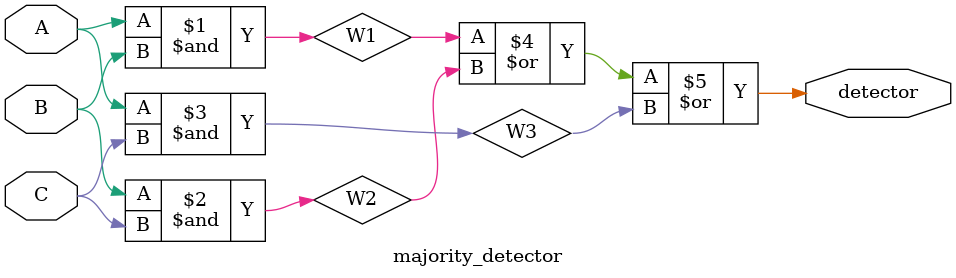
<source format=v>
module majority_detector(detector, A,B,C);// design for majority function
  input A,B,C;
  output detector;
  wire W1,W2,W3;
  
  and(W1,A,B);
  and(W2,B,C);
  and(W3,A,C);
  or(detector, W1,W2,W3);
  
endmodule


</source>
